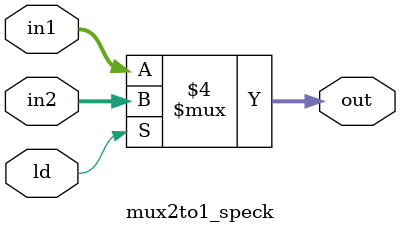
<source format=v>
`timescale 1ns / 1ps


module mux2to1_speck(in1,
               in2,
               ld,
               out
    );
    
    input[63:0] in1,in2;
    input ld;
    output reg [63:0] out;
    always@(*)
    begin
    if(!ld)
        out = in1;
    else
        out = in2;
    end
endmodule

</source>
